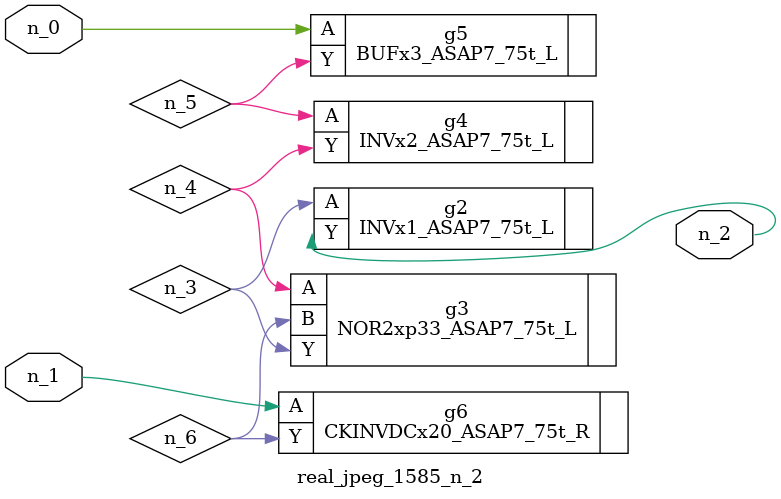
<source format=v>
module real_jpeg_1585_n_2 (n_1, n_0, n_2);

input n_1;
input n_0;

output n_2;

wire n_5;
wire n_4;
wire n_6;
wire n_3;

BUFx3_ASAP7_75t_L g5 ( 
.A(n_0),
.Y(n_5)
);

CKINVDCx20_ASAP7_75t_R g6 ( 
.A(n_1),
.Y(n_6)
);

INVx1_ASAP7_75t_L g2 ( 
.A(n_3),
.Y(n_2)
);

NOR2xp33_ASAP7_75t_L g3 ( 
.A(n_4),
.B(n_6),
.Y(n_3)
);

INVx2_ASAP7_75t_L g4 ( 
.A(n_5),
.Y(n_4)
);


endmodule
</source>
